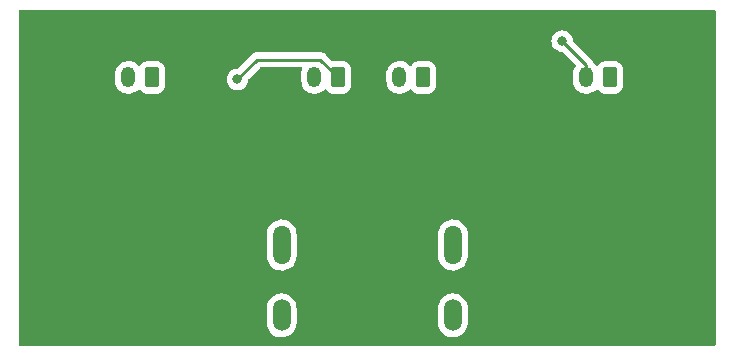
<source format=gbr>
%TF.GenerationSoftware,KiCad,Pcbnew,(6.0.5)*%
%TF.CreationDate,2022-06-06T17:16:28-06:00*%
%TF.ProjectId,15Pin_Fanout,31355069-6e5f-4466-916e-6f75742e6b69,rev?*%
%TF.SameCoordinates,Original*%
%TF.FileFunction,Copper,L2,Bot*%
%TF.FilePolarity,Positive*%
%FSLAX46Y46*%
G04 Gerber Fmt 4.6, Leading zero omitted, Abs format (unit mm)*
G04 Created by KiCad (PCBNEW (6.0.5)) date 2022-06-06 17:16:28*
%MOMM*%
%LPD*%
G01*
G04 APERTURE LIST*
G04 Aperture macros list*
%AMRoundRect*
0 Rectangle with rounded corners*
0 $1 Rounding radius*
0 $2 $3 $4 $5 $6 $7 $8 $9 X,Y pos of 4 corners*
0 Add a 4 corners polygon primitive as box body*
4,1,4,$2,$3,$4,$5,$6,$7,$8,$9,$2,$3,0*
0 Add four circle primitives for the rounded corners*
1,1,$1+$1,$2,$3*
1,1,$1+$1,$4,$5*
1,1,$1+$1,$6,$7*
1,1,$1+$1,$8,$9*
0 Add four rect primitives between the rounded corners*
20,1,$1+$1,$2,$3,$4,$5,0*
20,1,$1+$1,$4,$5,$6,$7,0*
20,1,$1+$1,$6,$7,$8,$9,0*
20,1,$1+$1,$8,$9,$2,$3,0*%
G04 Aperture macros list end*
%TA.AperFunction,ComponentPad*%
%ADD10RoundRect,0.250000X0.350000X0.625000X-0.350000X0.625000X-0.350000X-0.625000X0.350000X-0.625000X0*%
%TD*%
%TA.AperFunction,ComponentPad*%
%ADD11O,1.200000X1.750000*%
%TD*%
%TA.AperFunction,ComponentPad*%
%ADD12O,1.500000X2.700000*%
%TD*%
%TA.AperFunction,ComponentPad*%
%ADD13O,1.500000X3.300000*%
%TD*%
%TA.AperFunction,ViaPad*%
%ADD14C,0.800000*%
%TD*%
%TA.AperFunction,Conductor*%
%ADD15C,0.250000*%
%TD*%
G04 APERTURE END LIST*
D10*
%TO.P,J3,1,Pin_1*%
%TO.N,Net-(J1-Pad7)*%
X-2474000Y16750000D03*
D11*
%TO.P,J3,2,Pin_2*%
%TO.N,Net-(J1-Pad9)*%
X-4474000Y16750000D03*
%TD*%
D10*
%TO.P,J5,1,Pin_1*%
%TO.N,Net-(J1-Pad4)*%
X4726000Y16750000D03*
D11*
%TO.P,J5,2,Pin_2*%
%TO.N,Net-(J1-Pad6)*%
X2726000Y16750000D03*
%TD*%
D10*
%TO.P,J4,1,Pin_1*%
%TO.N,Net-(J1-Pad10)*%
X-18250000Y16750000D03*
D11*
%TO.P,J4,2,Pin_2*%
%TO.N,Net-(J1-Pad12)*%
X-20250000Y16750000D03*
%TD*%
D10*
%TO.P,J2,1,Pin_1*%
%TO.N,Net-(J1-Pad1)*%
X20526000Y16750000D03*
D11*
%TO.P,J2,2,Pin_2*%
%TO.N,Net-(J1-Pad3)*%
X18526000Y16750000D03*
%TD*%
D12*
%TO.P,J1,20*%
%TO.N,N/C*%
X7250000Y-3396000D03*
%TO.P,J1,21*%
X-7250000Y-3396000D03*
D13*
%TO.P,J1,22*%
X7250000Y2564000D03*
%TO.P,J1,23*%
X-7250000Y2564000D03*
%TD*%
D14*
%TO.N,GND*%
X-2750000Y1500000D03*
X999000Y1751000D03*
%TO.N,Net-(J1-Pad3)*%
X16500000Y19824020D03*
%TO.N,Net-(J1-Pad7)*%
X-11000000Y16590500D03*
%TD*%
D15*
%TO.N,GND*%
X248000Y1000000D02*
X999000Y1751000D01*
X-2750000Y1500000D02*
X-2250000Y1000000D01*
X-2250000Y1000000D02*
X248000Y1000000D01*
%TO.N,Net-(J1-Pad3)*%
X16500000Y19824020D02*
X18526000Y17798020D01*
X18526000Y17798020D02*
X18526000Y16750000D01*
%TO.N,Net-(J1-Pad7)*%
X-9340500Y18250000D02*
X-3974000Y18250000D01*
X-11000000Y16590500D02*
X-9340500Y18250000D01*
X-3974000Y18250000D02*
X-2474000Y16750000D01*
%TD*%
%TA.AperFunction,Conductor*%
%TO.N,GND*%
G36*
X29433621Y22471498D02*
G01*
X29480114Y22417842D01*
X29491500Y22365500D01*
X29491500Y-5865500D01*
X29471498Y-5933621D01*
X29417842Y-5980114D01*
X29365500Y-5991500D01*
X-29365500Y-5991500D01*
X-29433621Y-5971498D01*
X-29480114Y-5917842D01*
X-29491500Y-5865500D01*
X-29491500Y-4052999D01*
X-8508500Y-4052999D01*
X-8508251Y-4055786D01*
X-8508251Y-4055792D01*
X-8501991Y-4125929D01*
X-8493617Y-4219762D01*
X-8434337Y-4436451D01*
X-8337622Y-4639218D01*
X-8206529Y-4821654D01*
X-8045201Y-4977992D01*
X-7858738Y-5103290D01*
X-7653033Y-5193588D01*
X-7647582Y-5194897D01*
X-7647578Y-5194898D01*
X-7440046Y-5244722D01*
X-7434589Y-5246032D01*
X-7350525Y-5250879D01*
X-7215917Y-5258640D01*
X-7215914Y-5258640D01*
X-7210310Y-5258963D01*
X-6987285Y-5231975D01*
X-6772565Y-5165918D01*
X-6767585Y-5163348D01*
X-6767581Y-5163346D01*
X-6577919Y-5065454D01*
X-6577918Y-5065454D01*
X-6572936Y-5062882D01*
X-6394708Y-4926123D01*
X-6243515Y-4759964D01*
X-6124136Y-4569656D01*
X-6040344Y-4361217D01*
X-5994787Y-4141233D01*
X-5991500Y-4084225D01*
X-5991500Y-4052999D01*
X5991500Y-4052999D01*
X5991749Y-4055786D01*
X5991749Y-4055792D01*
X5998009Y-4125929D01*
X6006383Y-4219762D01*
X6065663Y-4436451D01*
X6162378Y-4639218D01*
X6293471Y-4821654D01*
X6454799Y-4977992D01*
X6641262Y-5103290D01*
X6846967Y-5193588D01*
X6852418Y-5194897D01*
X6852422Y-5194898D01*
X7059954Y-5244722D01*
X7065411Y-5246032D01*
X7149475Y-5250879D01*
X7284083Y-5258640D01*
X7284086Y-5258640D01*
X7289690Y-5258963D01*
X7512715Y-5231975D01*
X7727435Y-5165918D01*
X7732415Y-5163348D01*
X7732419Y-5163346D01*
X7922081Y-5065454D01*
X7922082Y-5065454D01*
X7927064Y-5062882D01*
X8105292Y-4926123D01*
X8256485Y-4759964D01*
X8375864Y-4569656D01*
X8459656Y-4361217D01*
X8505213Y-4141233D01*
X8508500Y-4084225D01*
X8508500Y-2739001D01*
X8505551Y-2705952D01*
X8494116Y-2577833D01*
X8493617Y-2572238D01*
X8434337Y-2355549D01*
X8337622Y-2152782D01*
X8206529Y-1970346D01*
X8045201Y-1814008D01*
X7858738Y-1688710D01*
X7653033Y-1598412D01*
X7647582Y-1597103D01*
X7647578Y-1597102D01*
X7440046Y-1547278D01*
X7440045Y-1547278D01*
X7434589Y-1545968D01*
X7350525Y-1541121D01*
X7215917Y-1533360D01*
X7215914Y-1533360D01*
X7210310Y-1533037D01*
X6987285Y-1560025D01*
X6772565Y-1626082D01*
X6767585Y-1628652D01*
X6767581Y-1628654D01*
X6577919Y-1726546D01*
X6572936Y-1729118D01*
X6394708Y-1865877D01*
X6243515Y-2032036D01*
X6124136Y-2222344D01*
X6040344Y-2430783D01*
X5994787Y-2650767D01*
X5991500Y-2707775D01*
X5991500Y-4052999D01*
X-5991500Y-4052999D01*
X-5991500Y-2739001D01*
X-5994449Y-2705952D01*
X-6005884Y-2577833D01*
X-6006383Y-2572238D01*
X-6065663Y-2355549D01*
X-6162378Y-2152782D01*
X-6293471Y-1970346D01*
X-6454799Y-1814008D01*
X-6641262Y-1688710D01*
X-6846967Y-1598412D01*
X-6852418Y-1597103D01*
X-6852422Y-1597102D01*
X-7059954Y-1547278D01*
X-7059955Y-1547278D01*
X-7065411Y-1545968D01*
X-7149475Y-1541121D01*
X-7284083Y-1533360D01*
X-7284086Y-1533360D01*
X-7289690Y-1533037D01*
X-7512715Y-1560025D01*
X-7727435Y-1626082D01*
X-7732415Y-1628652D01*
X-7732419Y-1628654D01*
X-7922081Y-1726546D01*
X-7927064Y-1729118D01*
X-8105292Y-1865877D01*
X-8256485Y-2032036D01*
X-8375864Y-2222344D01*
X-8459656Y-2430783D01*
X-8505213Y-2650767D01*
X-8508500Y-2707775D01*
X-8508500Y-4052999D01*
X-29491500Y-4052999D01*
X-29491500Y1607001D01*
X-8508500Y1607001D01*
X-8508251Y1604214D01*
X-8508251Y1604208D01*
X-8501991Y1534071D01*
X-8493617Y1440238D01*
X-8434337Y1223549D01*
X-8337622Y1020782D01*
X-8206529Y838346D01*
X-8045201Y682008D01*
X-7858738Y556710D01*
X-7653033Y466412D01*
X-7647582Y465103D01*
X-7647578Y465102D01*
X-7440046Y415278D01*
X-7434589Y413968D01*
X-7350525Y409121D01*
X-7215917Y401360D01*
X-7215914Y401360D01*
X-7210310Y401037D01*
X-6987285Y428025D01*
X-6772565Y494082D01*
X-6767585Y496652D01*
X-6767581Y496654D01*
X-6577919Y594546D01*
X-6577918Y594546D01*
X-6572936Y597118D01*
X-6394708Y733877D01*
X-6243515Y900036D01*
X-6124136Y1090344D01*
X-6040344Y1298783D01*
X-5994787Y1518767D01*
X-5991500Y1575775D01*
X-5991500Y1607001D01*
X5991500Y1607001D01*
X5991749Y1604214D01*
X5991749Y1604208D01*
X5998009Y1534071D01*
X6006383Y1440238D01*
X6065663Y1223549D01*
X6162378Y1020782D01*
X6293471Y838346D01*
X6454799Y682008D01*
X6641262Y556710D01*
X6846967Y466412D01*
X6852418Y465103D01*
X6852422Y465102D01*
X7059954Y415278D01*
X7065411Y413968D01*
X7149475Y409121D01*
X7284083Y401360D01*
X7284086Y401360D01*
X7289690Y401037D01*
X7512715Y428025D01*
X7727435Y494082D01*
X7732415Y496652D01*
X7732419Y496654D01*
X7922081Y594546D01*
X7922082Y594546D01*
X7927064Y597118D01*
X8105292Y733877D01*
X8256485Y900036D01*
X8375864Y1090344D01*
X8459656Y1298783D01*
X8505213Y1518767D01*
X8508500Y1575775D01*
X8508500Y3520999D01*
X8505551Y3554048D01*
X8494116Y3682167D01*
X8493617Y3687762D01*
X8434337Y3904451D01*
X8337622Y4107218D01*
X8206529Y4289654D01*
X8045201Y4445992D01*
X7858738Y4571290D01*
X7653033Y4661588D01*
X7647582Y4662897D01*
X7647578Y4662898D01*
X7440046Y4712722D01*
X7440045Y4712722D01*
X7434589Y4714032D01*
X7350525Y4718879D01*
X7215917Y4726640D01*
X7215914Y4726640D01*
X7210310Y4726963D01*
X6987285Y4699975D01*
X6772565Y4633918D01*
X6767585Y4631348D01*
X6767581Y4631346D01*
X6577919Y4533454D01*
X6572936Y4530882D01*
X6394708Y4394123D01*
X6243515Y4227964D01*
X6124136Y4037656D01*
X6040344Y3829217D01*
X5994787Y3609233D01*
X5991500Y3552225D01*
X5991500Y1607001D01*
X-5991500Y1607001D01*
X-5991500Y3520999D01*
X-5994449Y3554048D01*
X-6005884Y3682167D01*
X-6006383Y3687762D01*
X-6065663Y3904451D01*
X-6162378Y4107218D01*
X-6293471Y4289654D01*
X-6454799Y4445992D01*
X-6641262Y4571290D01*
X-6846967Y4661588D01*
X-6852418Y4662897D01*
X-6852422Y4662898D01*
X-7059954Y4712722D01*
X-7059955Y4712722D01*
X-7065411Y4714032D01*
X-7149475Y4718879D01*
X-7284083Y4726640D01*
X-7284086Y4726640D01*
X-7289690Y4726963D01*
X-7512715Y4699975D01*
X-7727435Y4633918D01*
X-7732415Y4631348D01*
X-7732419Y4631346D01*
X-7922081Y4533454D01*
X-7927064Y4530882D01*
X-8105292Y4394123D01*
X-8256485Y4227964D01*
X-8375864Y4037656D01*
X-8459656Y3829217D01*
X-8505213Y3609233D01*
X-8508500Y3552225D01*
X-8508500Y1607001D01*
X-29491500Y1607001D01*
X-29491500Y16422154D01*
X-21358500Y16422154D01*
X-21343452Y16264434D01*
X-21283908Y16061466D01*
X-21281164Y16056139D01*
X-21281164Y16056138D01*
X-21206739Y15911634D01*
X-21187058Y15873420D01*
X-21056396Y15707080D01*
X-21051865Y15703148D01*
X-21051862Y15703145D01*
X-20965942Y15628588D01*
X-20896637Y15568448D01*
X-20891451Y15565448D01*
X-20891447Y15565445D01*
X-20795043Y15509674D01*
X-20713546Y15462527D01*
X-20513729Y15393139D01*
X-20507794Y15392278D01*
X-20507792Y15392278D01*
X-20310336Y15363648D01*
X-20310333Y15363648D01*
X-20304396Y15362787D01*
X-20093101Y15372567D01*
X-19961923Y15404181D01*
X-19893299Y15420719D01*
X-19893297Y15420720D01*
X-19887466Y15422125D01*
X-19882008Y15424607D01*
X-19882004Y15424608D01*
X-19766959Y15476916D01*
X-19694913Y15509674D01*
X-19522389Y15632054D01*
X-19518247Y15636381D01*
X-19518241Y15636386D01*
X-19431194Y15727317D01*
X-19369639Y15762694D01*
X-19298730Y15759175D01*
X-19240979Y15717879D01*
X-19233035Y15706496D01*
X-19198478Y15650652D01*
X-19073303Y15525695D01*
X-19067073Y15521855D01*
X-19067072Y15521854D01*
X-18929910Y15437306D01*
X-18922738Y15432885D01*
X-18897783Y15424608D01*
X-18761389Y15379368D01*
X-18761387Y15379368D01*
X-18754861Y15377203D01*
X-18748025Y15376503D01*
X-18748022Y15376502D01*
X-18709614Y15372567D01*
X-18650400Y15366500D01*
X-17849600Y15366500D01*
X-17846354Y15366837D01*
X-17846350Y15366837D01*
X-17750692Y15376762D01*
X-17750688Y15376763D01*
X-17743834Y15377474D01*
X-17737298Y15379655D01*
X-17737296Y15379655D01*
X-17602557Y15424608D01*
X-17576054Y15433450D01*
X-17425652Y15526522D01*
X-17300695Y15651697D01*
X-17263648Y15711798D01*
X-17211725Y15796032D01*
X-17211724Y15796034D01*
X-17207885Y15802262D01*
X-17152203Y15970139D01*
X-17141500Y16074600D01*
X-17141500Y16590500D01*
X-11913504Y16590500D01*
X-11912814Y16583935D01*
X-11895810Y16422154D01*
X-11893542Y16400572D01*
X-11834527Y16218944D01*
X-11739040Y16053556D01*
X-11611253Y15911634D01*
X-11456752Y15799382D01*
X-11450724Y15796698D01*
X-11450722Y15796697D01*
X-11294891Y15727317D01*
X-11282288Y15721706D01*
X-11213478Y15707080D01*
X-11101944Y15683372D01*
X-11101939Y15683372D01*
X-11095487Y15682000D01*
X-10904513Y15682000D01*
X-10898061Y15683372D01*
X-10898056Y15683372D01*
X-10786522Y15707080D01*
X-10717712Y15721706D01*
X-10705109Y15727317D01*
X-10549278Y15796697D01*
X-10549276Y15796698D01*
X-10543248Y15799382D01*
X-10388747Y15911634D01*
X-10260960Y16053556D01*
X-10165473Y16218944D01*
X-10106458Y16400572D01*
X-10104189Y16422154D01*
X-10089093Y16565793D01*
X-10062080Y16631450D01*
X-10052878Y16641718D01*
X-9115001Y17579595D01*
X-9052689Y17613621D01*
X-9025906Y17616500D01*
X-5617389Y17616500D01*
X-5549268Y17596498D01*
X-5502775Y17542842D01*
X-5492671Y17472568D01*
X-5500523Y17443402D01*
X-5524340Y17384303D01*
X-5541686Y17341263D01*
X-5582228Y17133663D01*
X-5582500Y17128101D01*
X-5582500Y16422154D01*
X-5567452Y16264434D01*
X-5507908Y16061466D01*
X-5505164Y16056139D01*
X-5505164Y16056138D01*
X-5430739Y15911634D01*
X-5411058Y15873420D01*
X-5280396Y15707080D01*
X-5275865Y15703148D01*
X-5275862Y15703145D01*
X-5189942Y15628588D01*
X-5120637Y15568448D01*
X-5115451Y15565448D01*
X-5115447Y15565445D01*
X-5019043Y15509674D01*
X-4937546Y15462527D01*
X-4737729Y15393139D01*
X-4731794Y15392278D01*
X-4731792Y15392278D01*
X-4534336Y15363648D01*
X-4534333Y15363648D01*
X-4528396Y15362787D01*
X-4317101Y15372567D01*
X-4185923Y15404181D01*
X-4117299Y15420719D01*
X-4117297Y15420720D01*
X-4111466Y15422125D01*
X-4106008Y15424607D01*
X-4106004Y15424608D01*
X-3990959Y15476916D01*
X-3918913Y15509674D01*
X-3746389Y15632054D01*
X-3742247Y15636381D01*
X-3742241Y15636386D01*
X-3655194Y15727317D01*
X-3593639Y15762694D01*
X-3522730Y15759175D01*
X-3464979Y15717879D01*
X-3457035Y15706496D01*
X-3422478Y15650652D01*
X-3297303Y15525695D01*
X-3291073Y15521855D01*
X-3291072Y15521854D01*
X-3153910Y15437306D01*
X-3146738Y15432885D01*
X-3121783Y15424608D01*
X-2985389Y15379368D01*
X-2985387Y15379368D01*
X-2978861Y15377203D01*
X-2972025Y15376503D01*
X-2972022Y15376502D01*
X-2933614Y15372567D01*
X-2874400Y15366500D01*
X-2073600Y15366500D01*
X-2070354Y15366837D01*
X-2070350Y15366837D01*
X-1974692Y15376762D01*
X-1974688Y15376763D01*
X-1967834Y15377474D01*
X-1961298Y15379655D01*
X-1961296Y15379655D01*
X-1826557Y15424608D01*
X-1800054Y15433450D01*
X-1649652Y15526522D01*
X-1524695Y15651697D01*
X-1487648Y15711798D01*
X-1435725Y15796032D01*
X-1435724Y15796034D01*
X-1431885Y15802262D01*
X-1376203Y15970139D01*
X-1365500Y16074600D01*
X-1365500Y16422154D01*
X1617500Y16422154D01*
X1632548Y16264434D01*
X1692092Y16061466D01*
X1694836Y16056139D01*
X1694836Y16056138D01*
X1769261Y15911634D01*
X1788942Y15873420D01*
X1919604Y15707080D01*
X1924135Y15703148D01*
X1924138Y15703145D01*
X2010058Y15628588D01*
X2079363Y15568448D01*
X2084549Y15565448D01*
X2084553Y15565445D01*
X2180957Y15509674D01*
X2262454Y15462527D01*
X2462271Y15393139D01*
X2468206Y15392278D01*
X2468208Y15392278D01*
X2665664Y15363648D01*
X2665667Y15363648D01*
X2671604Y15362787D01*
X2882899Y15372567D01*
X3014077Y15404181D01*
X3082701Y15420719D01*
X3082703Y15420720D01*
X3088534Y15422125D01*
X3093992Y15424607D01*
X3093996Y15424608D01*
X3209041Y15476916D01*
X3281087Y15509674D01*
X3453611Y15632054D01*
X3457753Y15636381D01*
X3457759Y15636386D01*
X3544806Y15727317D01*
X3606361Y15762694D01*
X3677270Y15759175D01*
X3735021Y15717879D01*
X3742965Y15706496D01*
X3777522Y15650652D01*
X3902697Y15525695D01*
X3908927Y15521855D01*
X3908928Y15521854D01*
X4046090Y15437306D01*
X4053262Y15432885D01*
X4078217Y15424608D01*
X4214611Y15379368D01*
X4214613Y15379368D01*
X4221139Y15377203D01*
X4227975Y15376503D01*
X4227978Y15376502D01*
X4266386Y15372567D01*
X4325600Y15366500D01*
X5126400Y15366500D01*
X5129646Y15366837D01*
X5129650Y15366837D01*
X5225308Y15376762D01*
X5225312Y15376763D01*
X5232166Y15377474D01*
X5238702Y15379655D01*
X5238704Y15379655D01*
X5373443Y15424608D01*
X5399946Y15433450D01*
X5550348Y15526522D01*
X5675305Y15651697D01*
X5712352Y15711798D01*
X5764275Y15796032D01*
X5764276Y15796034D01*
X5768115Y15802262D01*
X5823797Y15970139D01*
X5834500Y16074600D01*
X5834500Y17425400D01*
X5831262Y17456609D01*
X5824238Y17524308D01*
X5824237Y17524312D01*
X5823526Y17531166D01*
X5819749Y17542489D01*
X5769868Y17691998D01*
X5767550Y17698946D01*
X5674478Y17849348D01*
X5549303Y17974305D01*
X5446826Y18037473D01*
X5404968Y18063275D01*
X5404966Y18063276D01*
X5398738Y18067115D01*
X5276311Y18107722D01*
X5237389Y18120632D01*
X5237387Y18120632D01*
X5230861Y18122797D01*
X5224025Y18123497D01*
X5224022Y18123498D01*
X5180969Y18127909D01*
X5126400Y18133500D01*
X4325600Y18133500D01*
X4322354Y18133163D01*
X4322350Y18133163D01*
X4226692Y18123238D01*
X4226688Y18123237D01*
X4219834Y18122526D01*
X4213298Y18120345D01*
X4213296Y18120345D01*
X4147106Y18098262D01*
X4052054Y18066550D01*
X3901652Y17973478D01*
X3776695Y17848303D01*
X3772855Y17842073D01*
X3772854Y17842072D01*
X3744926Y17796764D01*
X3692154Y17749271D01*
X3622082Y17737847D01*
X3556958Y17766121D01*
X3538582Y17785045D01*
X3532396Y17792920D01*
X3527865Y17796852D01*
X3527862Y17796855D01*
X3377167Y17927621D01*
X3372637Y17931552D01*
X3367451Y17934552D01*
X3367447Y17934555D01*
X3194742Y18034467D01*
X3189546Y18037473D01*
X2989729Y18106861D01*
X2983794Y18107722D01*
X2983792Y18107722D01*
X2786336Y18136352D01*
X2786333Y18136352D01*
X2780396Y18137213D01*
X2569101Y18127433D01*
X2437923Y18095819D01*
X2369299Y18079281D01*
X2369297Y18079280D01*
X2363466Y18077875D01*
X2358008Y18075393D01*
X2358004Y18075392D01*
X2242959Y18023084D01*
X2170913Y17990326D01*
X1998389Y17867946D01*
X1852119Y17715150D01*
X1737380Y17537452D01*
X1721331Y17497628D01*
X1675660Y17384303D01*
X1658314Y17341263D01*
X1617772Y17133663D01*
X1617500Y17128101D01*
X1617500Y16422154D01*
X-1365500Y16422154D01*
X-1365500Y17425400D01*
X-1368738Y17456609D01*
X-1375762Y17524308D01*
X-1375763Y17524312D01*
X-1376474Y17531166D01*
X-1380251Y17542489D01*
X-1430132Y17691998D01*
X-1432450Y17698946D01*
X-1525522Y17849348D01*
X-1650697Y17974305D01*
X-1753174Y18037473D01*
X-1795032Y18063275D01*
X-1795034Y18063276D01*
X-1801262Y18067115D01*
X-1923689Y18107722D01*
X-1962611Y18120632D01*
X-1962613Y18120632D01*
X-1969139Y18122797D01*
X-1975975Y18123497D01*
X-1975978Y18123498D01*
X-2019031Y18127909D01*
X-2073600Y18133500D01*
X-2874400Y18133500D01*
X-2877646Y18133163D01*
X-2877650Y18133163D01*
X-2893723Y18131495D01*
X-2963544Y18144359D01*
X-2995822Y18167727D01*
X-3470348Y18642253D01*
X-3477888Y18650539D01*
X-3482000Y18657018D01*
X-3531652Y18703644D01*
X-3534493Y18706398D01*
X-3554230Y18726135D01*
X-3557427Y18728615D01*
X-3566449Y18736320D01*
X-3579884Y18748936D01*
X-3598679Y18766586D01*
X-3605625Y18770405D01*
X-3605628Y18770407D01*
X-3616434Y18776348D01*
X-3632953Y18787199D01*
X-3633417Y18787559D01*
X-3648959Y18799614D01*
X-3656228Y18802759D01*
X-3656232Y18802762D01*
X-3689537Y18817174D01*
X-3700187Y18822391D01*
X-3738940Y18843695D01*
X-3758563Y18848733D01*
X-3777266Y18855137D01*
X-3788580Y18860033D01*
X-3788581Y18860033D01*
X-3795855Y18863181D01*
X-3803678Y18864420D01*
X-3803688Y18864423D01*
X-3839524Y18870099D01*
X-3851144Y18872505D01*
X-3886289Y18881528D01*
X-3886290Y18881528D01*
X-3893970Y18883500D01*
X-3914224Y18883500D01*
X-3933935Y18885051D01*
X-3936466Y18885452D01*
X-3953943Y18888220D01*
X-3961835Y18887474D01*
X-3997961Y18884059D01*
X-4009819Y18883500D01*
X-9261737Y18883500D01*
X-9272921Y18884027D01*
X-9280409Y18885701D01*
X-9288332Y18885452D01*
X-9348467Y18883562D01*
X-9352425Y18883500D01*
X-9380356Y18883500D01*
X-9384271Y18883005D01*
X-9384275Y18883005D01*
X-9384333Y18882997D01*
X-9384362Y18882994D01*
X-9396204Y18882061D01*
X-9440390Y18880673D01*
X-9457756Y18875628D01*
X-9459842Y18875022D01*
X-9479194Y18871014D01*
X-9491432Y18869468D01*
X-9491434Y18869467D01*
X-9499297Y18868474D01*
X-9540414Y18852194D01*
X-9551615Y18848359D01*
X-9594094Y18836018D01*
X-9600913Y18831985D01*
X-9600918Y18831983D01*
X-9611529Y18825707D01*
X-9629279Y18817010D01*
X-9648117Y18809552D01*
X-9654533Y18804891D01*
X-9654534Y18804890D01*
X-9683875Y18783572D01*
X-9693799Y18777053D01*
X-9725040Y18758578D01*
X-9725045Y18758574D01*
X-9731863Y18754542D01*
X-9746187Y18740218D01*
X-9761219Y18727379D01*
X-9777607Y18715472D01*
X-9805788Y18681407D01*
X-9813778Y18672627D01*
X-10950500Y17535905D01*
X-11012812Y17501879D01*
X-11039595Y17499000D01*
X-11095487Y17499000D01*
X-11101939Y17497628D01*
X-11101944Y17497628D01*
X-11188887Y17479147D01*
X-11282288Y17459294D01*
X-11288318Y17456609D01*
X-11288319Y17456609D01*
X-11450722Y17384303D01*
X-11450724Y17384302D01*
X-11456752Y17381618D01*
X-11611253Y17269366D01*
X-11615674Y17264456D01*
X-11615675Y17264455D01*
X-11733440Y17133663D01*
X-11739040Y17127444D01*
X-11834527Y16962056D01*
X-11893542Y16780428D01*
X-11913504Y16590500D01*
X-17141500Y16590500D01*
X-17141500Y17425400D01*
X-17144738Y17456609D01*
X-17151762Y17524308D01*
X-17151763Y17524312D01*
X-17152474Y17531166D01*
X-17156251Y17542489D01*
X-17206132Y17691998D01*
X-17208450Y17698946D01*
X-17301522Y17849348D01*
X-17426697Y17974305D01*
X-17529174Y18037473D01*
X-17571032Y18063275D01*
X-17571034Y18063276D01*
X-17577262Y18067115D01*
X-17699689Y18107722D01*
X-17738611Y18120632D01*
X-17738613Y18120632D01*
X-17745139Y18122797D01*
X-17751975Y18123497D01*
X-17751978Y18123498D01*
X-17795031Y18127909D01*
X-17849600Y18133500D01*
X-18650400Y18133500D01*
X-18653646Y18133163D01*
X-18653650Y18133163D01*
X-18749308Y18123238D01*
X-18749312Y18123237D01*
X-18756166Y18122526D01*
X-18762702Y18120345D01*
X-18762704Y18120345D01*
X-18828894Y18098262D01*
X-18923946Y18066550D01*
X-19074348Y17973478D01*
X-19199305Y17848303D01*
X-19203145Y17842073D01*
X-19203146Y17842072D01*
X-19231074Y17796764D01*
X-19283846Y17749271D01*
X-19353918Y17737847D01*
X-19419042Y17766121D01*
X-19437418Y17785045D01*
X-19443604Y17792920D01*
X-19448135Y17796852D01*
X-19448138Y17796855D01*
X-19598833Y17927621D01*
X-19603363Y17931552D01*
X-19608549Y17934552D01*
X-19608553Y17934555D01*
X-19781258Y18034467D01*
X-19786454Y18037473D01*
X-19986271Y18106861D01*
X-19992206Y18107722D01*
X-19992208Y18107722D01*
X-20189664Y18136352D01*
X-20189667Y18136352D01*
X-20195604Y18137213D01*
X-20406899Y18127433D01*
X-20538077Y18095819D01*
X-20606701Y18079281D01*
X-20606703Y18079280D01*
X-20612534Y18077875D01*
X-20617992Y18075393D01*
X-20617996Y18075392D01*
X-20733041Y18023084D01*
X-20805087Y17990326D01*
X-20977611Y17867946D01*
X-21123881Y17715150D01*
X-21238620Y17537452D01*
X-21254669Y17497628D01*
X-21300340Y17384303D01*
X-21317686Y17341263D01*
X-21358228Y17133663D01*
X-21358500Y17128101D01*
X-21358500Y16422154D01*
X-29491500Y16422154D01*
X-29491500Y19824020D01*
X15586496Y19824020D01*
X15606458Y19634092D01*
X15665473Y19452464D01*
X15760960Y19287076D01*
X15888747Y19145154D01*
X16043248Y19032902D01*
X16049276Y19030218D01*
X16049278Y19030217D01*
X16211681Y18957911D01*
X16217712Y18955226D01*
X16311113Y18935373D01*
X16398056Y18916892D01*
X16398061Y18916892D01*
X16404513Y18915520D01*
X16460406Y18915520D01*
X16528527Y18895518D01*
X16549501Y18878615D01*
X17604037Y17824079D01*
X17638063Y17761767D01*
X17632998Y17690952D01*
X17620793Y17666636D01*
X17540637Y17542497D01*
X17540635Y17542493D01*
X17537380Y17537452D01*
X17521331Y17497628D01*
X17475660Y17384303D01*
X17458314Y17341263D01*
X17417772Y17133663D01*
X17417500Y17128101D01*
X17417500Y16422154D01*
X17432548Y16264434D01*
X17492092Y16061466D01*
X17494836Y16056139D01*
X17494836Y16056138D01*
X17569261Y15911634D01*
X17588942Y15873420D01*
X17719604Y15707080D01*
X17724135Y15703148D01*
X17724138Y15703145D01*
X17810058Y15628588D01*
X17879363Y15568448D01*
X17884549Y15565448D01*
X17884553Y15565445D01*
X17980957Y15509674D01*
X18062454Y15462527D01*
X18262271Y15393139D01*
X18268206Y15392278D01*
X18268208Y15392278D01*
X18465664Y15363648D01*
X18465667Y15363648D01*
X18471604Y15362787D01*
X18682899Y15372567D01*
X18814077Y15404181D01*
X18882701Y15420719D01*
X18882703Y15420720D01*
X18888534Y15422125D01*
X18893992Y15424607D01*
X18893996Y15424608D01*
X19009041Y15476916D01*
X19081087Y15509674D01*
X19253611Y15632054D01*
X19257753Y15636381D01*
X19257759Y15636386D01*
X19344806Y15727317D01*
X19406361Y15762694D01*
X19477270Y15759175D01*
X19535021Y15717879D01*
X19542965Y15706496D01*
X19577522Y15650652D01*
X19702697Y15525695D01*
X19708927Y15521855D01*
X19708928Y15521854D01*
X19846090Y15437306D01*
X19853262Y15432885D01*
X19878217Y15424608D01*
X20014611Y15379368D01*
X20014613Y15379368D01*
X20021139Y15377203D01*
X20027975Y15376503D01*
X20027978Y15376502D01*
X20066386Y15372567D01*
X20125600Y15366500D01*
X20926400Y15366500D01*
X20929646Y15366837D01*
X20929650Y15366837D01*
X21025308Y15376762D01*
X21025312Y15376763D01*
X21032166Y15377474D01*
X21038702Y15379655D01*
X21038704Y15379655D01*
X21173443Y15424608D01*
X21199946Y15433450D01*
X21350348Y15526522D01*
X21475305Y15651697D01*
X21512352Y15711798D01*
X21564275Y15796032D01*
X21564276Y15796034D01*
X21568115Y15802262D01*
X21623797Y15970139D01*
X21634500Y16074600D01*
X21634500Y17425400D01*
X21631262Y17456609D01*
X21624238Y17524308D01*
X21624237Y17524312D01*
X21623526Y17531166D01*
X21619749Y17542489D01*
X21569868Y17691998D01*
X21567550Y17698946D01*
X21474478Y17849348D01*
X21349303Y17974305D01*
X21246826Y18037473D01*
X21204968Y18063275D01*
X21204966Y18063276D01*
X21198738Y18067115D01*
X21076311Y18107722D01*
X21037389Y18120632D01*
X21037387Y18120632D01*
X21030861Y18122797D01*
X21024025Y18123497D01*
X21024022Y18123498D01*
X20980969Y18127909D01*
X20926400Y18133500D01*
X20125600Y18133500D01*
X20122354Y18133163D01*
X20122350Y18133163D01*
X20026692Y18123238D01*
X20026688Y18123237D01*
X20019834Y18122526D01*
X20013298Y18120345D01*
X20013296Y18120345D01*
X19947106Y18098262D01*
X19852054Y18066550D01*
X19701652Y17973478D01*
X19576695Y17848303D01*
X19572855Y17842073D01*
X19572854Y17842072D01*
X19544926Y17796764D01*
X19492154Y17749271D01*
X19422082Y17737847D01*
X19356958Y17766121D01*
X19338582Y17785045D01*
X19332396Y17792920D01*
X19327865Y17796852D01*
X19327862Y17796855D01*
X19172637Y17931552D01*
X19173594Y17932655D01*
X19134020Y17983221D01*
X19128199Y17997924D01*
X19124355Y18009152D01*
X19114230Y18044003D01*
X19114230Y18044004D01*
X19112019Y18051613D01*
X19103186Y18066550D01*
X19101705Y18069054D01*
X19093008Y18086807D01*
X19088472Y18098262D01*
X19085552Y18105637D01*
X19059563Y18141408D01*
X19053047Y18151328D01*
X19034578Y18182557D01*
X19030542Y18189382D01*
X19016221Y18203703D01*
X19003380Y18218737D01*
X18996131Y18228714D01*
X18991472Y18235127D01*
X18957395Y18263318D01*
X18948616Y18271308D01*
X17447122Y19772803D01*
X17413096Y19835115D01*
X17410907Y19848728D01*
X17394232Y20007385D01*
X17394232Y20007387D01*
X17393542Y20013948D01*
X17334527Y20195576D01*
X17239040Y20360964D01*
X17111253Y20502886D01*
X16956752Y20615138D01*
X16950724Y20617822D01*
X16950722Y20617823D01*
X16788319Y20690129D01*
X16788318Y20690129D01*
X16782288Y20692814D01*
X16688888Y20712667D01*
X16601944Y20731148D01*
X16601939Y20731148D01*
X16595487Y20732520D01*
X16404513Y20732520D01*
X16398061Y20731148D01*
X16398056Y20731148D01*
X16311112Y20712667D01*
X16217712Y20692814D01*
X16211682Y20690129D01*
X16211681Y20690129D01*
X16049278Y20617823D01*
X16049276Y20617822D01*
X16043248Y20615138D01*
X15888747Y20502886D01*
X15760960Y20360964D01*
X15665473Y20195576D01*
X15606458Y20013948D01*
X15586496Y19824020D01*
X-29491500Y19824020D01*
X-29491500Y22365500D01*
X-29471498Y22433621D01*
X-29417842Y22480114D01*
X-29365500Y22491500D01*
X29365500Y22491500D01*
X29433621Y22471498D01*
G37*
%TD.AperFunction*%
%TD*%
M02*

</source>
